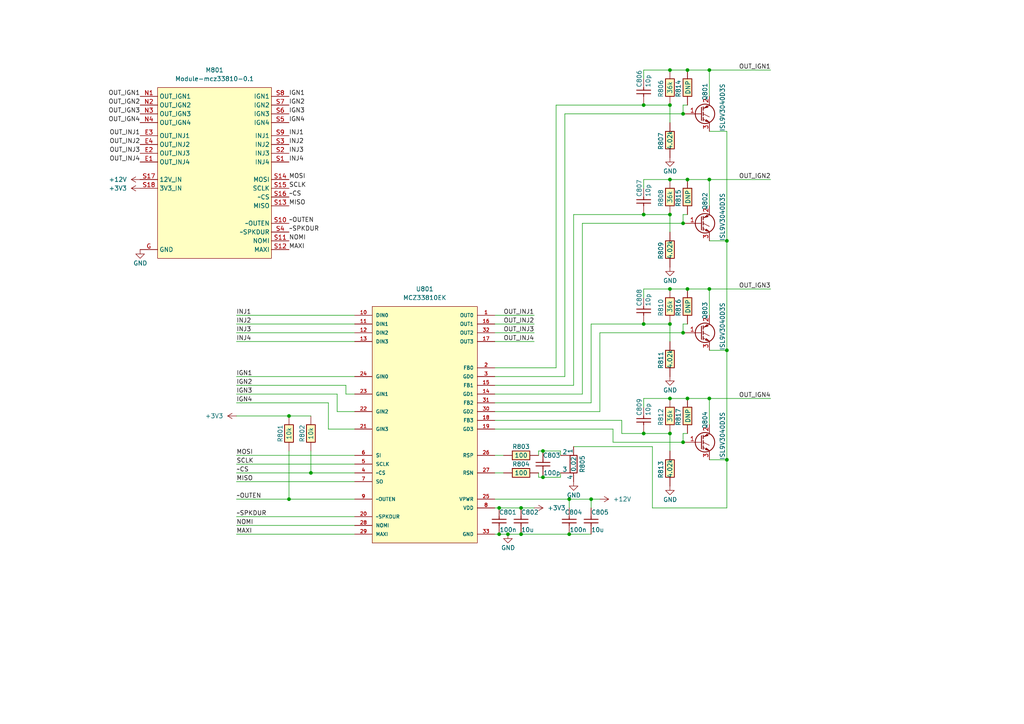
<source format=kicad_sch>
(kicad_sch (version 20230121) (generator eeschema)
  (paper "A4")
  (title_block (title "MCZ33810 module") (date "2024-03-07") (rev "0.1"))
  (lib_symbols
    (symbol "Device:Q_NIGBT_GCE" (pin_names (offset 0) hide)
      (property "Reference" "Q" (at 5.08 1.27 0))
      (property "Value" "Q_NIGBT_GCE" (at 5.08 -1.27 0))
      (symbol "Q_NIGBT_GCE_0_1"
        (polyline (pts (xy 0.762 -1.016) (xy 0.762 -2.032)) (stroke (width 0.254)))
        (polyline (pts (xy 0.762 0.508) (xy 0.762 -0.508)) (stroke (width 0.254)))
        (polyline (pts (xy 0.762 2.032) (xy 0.762 1.016)) (stroke (width 0.254)))
        (polyline (pts (xy 2.54 -2.413) (xy 0.762 -1.524)))
        (polyline (pts (xy 2.54 -0.889) (xy 0.762 0)))
        (polyline (pts (xy 2.54 2.413) (xy 0.762 1.524)))
        (polyline (pts (xy 0.254 1.905) (xy 0.254 -1.905) (xy 0.254 -1.905)) (stroke (width 0.254)))
        (polyline (pts (xy 1.397 -2.159) (xy 1.651 -1.651) (xy 2.54 -2.413) (xy 1.397 -2.159)) (fill (type outline)))
        (polyline (pts (xy 2.159 1.905) (xy 1.905 2.413) (xy 1.016 1.651) (xy 2.159 1.905)) (fill (type outline)))
        (circle (center 1.27 0) (radius 2.8194) (stroke (width 0.254)))
      )
      (symbol "Q_NIGBT_GCE_1_1"
        (pin input line (at -5.08 0 0) (length 5.334) (name "G") (number "1"))
        (pin passive line (at 2.54 5.08 270) (length 2.54) (name "C") (number "2"))
        (pin passive line (at 2.54 -5.08 90) (length 2.54) (name "E") (number "3"))
      )
    )
    (symbol "Device:R_Shunt" (pin_numbers hide) (pin_names (offset 0))
      (property "Reference" "R" (at -4.445 0 90))
      (property "Value" "R_Shunt" (at -2.54 0 90))
      (symbol "R_Shunt_0_1"
        (rectangle (start -1.016 -2.54) (end 1.016 2.54) (stroke (width 0.254)))
        (polyline (pts (xy 0 -2.54) (xy 1.27 -2.54)))
        (polyline (pts (xy 1.27 2.54) (xy 0 2.54)))
      )
      (symbol "R_Shunt_1_1"
        (pin passive line (at 0 5.08 270) (length 2.54) (name "1") (number "1"))
        (pin passive line (at 3.81 2.54 180) (length 2.54) (name "2") (number "2"))
        (pin passive line (at 3.81 -2.54 180) (length 2.54) (name "3") (number "3"))
        (pin passive line (at 0 -5.08 90) (length 2.54) (name "4") (number "4"))
      )
    )
    (symbol "Mcz33810:MCZ33810EK" (pin_names (offset 1.016))
      (property "Reference" "U" (at -1.27 38.1 0))
      (property "Value" "MCZ33810EK" (at -6.35 35.56 0))
      (symbol "MCZ33810EK_0_0"
        (pin output line (at 20.32 33.02 180) (length 5.08) (name "OUT0") (number "1"))
        (pin input line (at -20.32 33.02 0) (length 5.08) (name "DIN0") (number "10"))
        (pin input line (at -20.32 30.48 0) (length 5.08) (name "DIN1") (number "11"))
        (pin input line (at -20.32 27.94 0) (length 5.08) (name "DIN2") (number "12"))
        (pin input line (at -20.32 25.4 0) (length 5.08) (name "DIN3") (number "13"))
        (pin output line (at 20.32 10.16 180) (length 5.08) (name "GD1") (number "14"))
        (pin input line (at 20.32 12.7 180) (length 5.08) (name "FB1") (number "15"))
        (pin output line (at 20.32 30.48 180) (length 5.08) (name "OUT1") (number "16"))
        (pin output line (at 20.32 25.4 180) (length 5.08) (name "OUT3") (number "17"))
        (pin input line (at 20.32 2.54 180) (length 5.08) (name "FB3") (number "18"))
        (pin output line (at 20.32 0 180) (length 5.08) (name "GD3") (number "19"))
        (pin input line (at 20.32 17.78 180) (length 5.08) (name "FB0") (number "2"))
        (pin input line (at -20.32 -25.4 0) (length 5.08) (name "~SPKDUR") (number "20"))
        (pin input line (at -20.32 0 0) (length 5.08) (name "GIN3") (number "21"))
        (pin input line (at -20.32 5.08 0) (length 5.08) (name "GIN2") (number "22"))
        (pin input line (at -20.32 10.16 0) (length 5.08) (name "GIN1") (number "23"))
        (pin input line (at -20.32 15.24 0) (length 5.08) (name "GIN0") (number "24"))
        (pin input line (at 20.32 -20.32 180) (length 5.08) (name "VPWR") (number "25"))
        (pin input line (at 20.32 -7.62 180) (length 5.08) (name "RSP") (number "26"))
        (pin input line (at 20.32 -12.7 180) (length 5.08) (name "RSN") (number "27"))
        (pin output line (at -20.32 -27.94 0) (length 5.08) (name "NOMI") (number "28"))
        (pin input line (at -20.32 -30.48 0) (length 5.08) (name "MAXI") (number "29"))
        (pin output line (at 20.32 15.24 180) (length 5.08) (name "GD0") (number "3"))
        (pin output line (at 20.32 5.08 180) (length 5.08) (name "GD2") (number "30"))
        (pin input line (at 20.32 7.62 180) (length 5.08) (name "FB2") (number "31"))
        (pin output line (at 20.32 27.94 180) (length 5.08) (name "OUT2") (number "32"))
        (pin passive line (at 20.32 -30.48 180) (length 5.08) (name "GND") (number "33"))
        (pin input line (at -20.32 -12.7 0) (length 5.08) (name "~CS") (number "4"))
        (pin input line (at -20.32 -10.16 0) (length 5.08) (name "SCLK") (number "5"))
        (pin input line (at -20.32 -7.62 0) (length 5.08) (name "SI") (number "6"))
        (pin output line (at -20.32 -15.24 0) (length 5.08) (name "SO") (number "7"))
        (pin power_in line (at 20.32 -22.86 180) (length 5.08) (name "VDD") (number "8"))
        (pin output line (at -20.32 -20.32 0) (length 5.08) (name "~OUTEN") (number "9"))
      )
      (symbol "MCZ33810EK_1_0"
        (rectangle (start -15.24 35.56) (end 15.24 -33.02) (fill (type background)))
      )
    )
    (symbol "hellen-one-common:Cap" (pin_numbers hide)
      (property "Reference" "C" (at -3.81 2.54 0))
      (property "Value" "Cap" (at -2.54 -1.27 0))
      (symbol "Cap_1_0"
        (polyline (pts (xy -1.27 0) (xy -0.508 0)) (stroke (width 0.254)))
        (polyline (pts (xy -0.508 -2.032) (xy -0.508 2.032)) (stroke (width 0.254)))
        (polyline (pts (xy 0.508 2.032) (xy 0.508 -2.032)) (stroke (width 0.254)))
        (polyline (pts (xy 1.27 0) (xy 0.508 0)) (stroke (width 0.254)))
        (pin passive line (at -3.81 0 0) (length 2.54) (name "") (number "1"))
        (pin passive line (at 3.81 0 180) (length 2.54) (name "") (number "2"))
      )
    )
    (symbol "hellen-one-common:Res" (pin_numbers hide)
      (property "Reference" "R" (at 3.81 2.54 0))
      (property "Value" "Res" (at 5.08 -2.54 0))
      (symbol "Res_1_0"
        (rectangle (start 2.54 -1.27) (end 7.62 1.27) (stroke (width 0.254)) (fill (type background)))
        (pin passive line (at 0 0 0) (length 2.54) (name "") (number "1"))
        (pin passive line (at 10.16 0 180) (length 2.54) (name "") (number "2"))
      )
    )
    (symbol "mcz33810:Module-mcz33810-0.1"
      (property "Reference" "M" (at 1.27 1.27 0))
      (property "Value" "Module-mcz33810-0.1" (at 20.32 1.27 0))
      (symbol "Module-mcz33810-0.1_1_0"
        (rectangle (start 0 0) (end 33.02 -49.53) (fill (type background)))
        (pin passive line (at -5.08 -46.99 0) (length 5.08) (name "GND") (number "G"))
      )
      (symbol "Module-mcz33810-0.1_1_1"
        (pin passive line (at -5.08 -21.59 0) (length 5.08) (name "OUT_INJ4") (number "E1"))
        (pin passive line (at -5.08 -19.05 0) (length 5.08) (name "OUT_INJ3") (number "E2"))
        (pin passive line (at -5.08 -13.97 0) (length 5.08) (name "OUT_INJ1") (number "E3"))
        (pin passive line (at -5.08 -16.51 0) (length 5.08) (name "OUT_INJ2") (number "E4"))
        (pin passive line (at -5.08 -2.54 0) (length 5.08) (name "OUT_IGN1") (number "N1"))
        (pin passive line (at -5.08 -5.08 0) (length 5.08) (name "OUT_IGN2") (number "N2"))
        (pin passive line (at -5.08 -7.62 0) (length 5.08) (name "OUT_IGN3") (number "N3"))
        (pin passive line (at -5.08 -10.16 0) (length 5.08) (name "OUT_IGN4") (number "N4"))
        (pin passive line (at 38.1 -21.59 180) (length 5.08) (name "INJ4") (number "S1"))
        (pin passive line (at 38.1 -39.37 180) (length 5.08) (name "~OUTEN") (number "S10"))
        (pin passive line (at 38.1 -44.45 180) (length 5.08) (name "NOMI") (number "S11"))
        (pin passive line (at 38.1 -46.99 180) (length 5.08) (name "MAXI") (number "S12"))
        (pin passive line (at 38.1 -34.29 180) (length 5.08) (name "MISO") (number "S13"))
        (pin passive line (at 38.1 -26.67 180) (length 5.08) (name "MOSI") (number "S14"))
        (pin passive line (at 38.1 -29.21 180) (length 5.08) (name "SCLK") (number "S15"))
        (pin passive line (at 38.1 -31.75 180) (length 5.08) (name "~CS") (number "S16"))
        (pin passive line (at -5.08 -26.67 0) (length 5.08) (name "12V_IN") (number "S17"))
        (pin passive line (at -5.08 -29.21 0) (length 5.08) (name "3V3_IN") (number "S18"))
        (pin passive line (at 38.1 -19.05 180) (length 5.08) (name "INJ3") (number "S2"))
        (pin passive line (at 38.1 -16.51 180) (length 5.08) (name "INJ2") (number "S3"))
        (pin passive line (at 38.1 -41.91 180) (length 5.08) (name "~SPKDUR") (number "S4"))
        (pin passive line (at 38.1 -10.16 180) (length 5.08) (name "IGN4") (number "S5"))
        (pin passive line (at 38.1 -7.62 180) (length 5.08) (name "IGN3") (number "S6"))
        (pin passive line (at 38.1 -5.08 180) (length 5.08) (name "IGN2") (number "S7"))
        (pin passive line (at 38.1 -2.54 180) (length 5.08) (name "IGN1") (number "S8"))
        (pin passive line (at 38.1 -13.97 180) (length 5.08) (name "INJ1") (number "S9"))
      )
    )
    (symbol "power:+12V" (power) (pin_names (offset 0))
      (property "Value" "+12V" (at 0 3.556 0))
      (symbol "+12V_0_1"
        (polyline (pts (xy -0.762 1.27) (xy 0 2.54)))
        (polyline (pts (xy 0 0) (xy 0 2.54)))
        (polyline (pts (xy 0 2.54) (xy 0.762 1.27)))
      )
      (symbol "+12V_1_1"
        (pin power_in line (at 0 0 90) (length 0) hide (name "+12V") (number "1"))
      )
    )
    (symbol "power:+3V3" (power) (pin_names (offset 0))
      (property "Value" "+3V3" (at 0 3.556 0))
      (symbol "+3V3_0_1"
        (polyline (pts (xy -0.762 1.27) (xy 0 2.54)))
        (polyline (pts (xy 0 0) (xy 0 2.54)))
        (polyline (pts (xy 0 2.54) (xy 0.762 1.27)))
      )
      (symbol "+3V3_1_1"
        (pin power_in line (at 0 0 90) (length 0) hide (name "+3V3") (number "1"))
      )
    )
    (symbol "power:GND" (power) (pin_names (offset 0))
      (property "Value" "GND" (at 0 -3.81 0))
      (symbol "GND_0_1"
        (polyline (pts (xy 0 0) (xy 0 -1.27) (xy 1.27 -1.27) (xy 0 -2.54) (xy -1.27 -1.27) (xy 0 -1.27)))
      )
      (symbol "GND_1_1"
        (pin power_in line (at 0 0 270) (length 0) hide (name "GND") (number "1"))
      )
    )
  )
  (junction (at 194.31 52.07))
  (junction (at 144.78 147.32))
  (junction (at 90.17 137.16))
  (junction (at 151.13 147.32))
  (junction (at 194.31 62.23))
  (junction (at 171.45 144.78))
  (junction (at 198.12 64.77))
  (junction (at 205.74 115.57))
  (junction (at 199.39 20.32))
  (junction (at 144.78 154.94))
  (junction (at 205.74 20.32))
  (junction (at 151.13 154.94))
  (junction (at 147.32 154.94))
  (junction (at 199.39 52.07))
  (junction (at 165.1 154.94))
  (junction (at 205.74 52.07))
  (junction (at 210.82 133.35))
  (junction (at 186.69 93.98))
  (junction (at 199.39 115.57))
  (junction (at 194.31 125.73))
  (junction (at 194.31 83.82))
  (junction (at 194.31 93.98))
  (junction (at 199.39 83.82))
  (junction (at 210.82 69.85))
  (junction (at 198.12 96.52))
  (junction (at 83.82 144.78))
  (junction (at 198.12 128.27))
  (junction (at 165.1 144.78))
  (junction (at 210.82 101.6))
  (junction (at 157.48 130.81))
  (junction (at 194.31 20.32))
  (junction (at 83.82 120.65))
  (junction (at 205.74 83.82))
  (junction (at 157.48 138.43))
  (junction (at 194.31 30.48))
  (junction (at 194.31 115.57))
  (junction (at 186.69 62.23))
  (junction (at 186.69 30.48))
  (junction (at 186.69 125.73))
  (junction (at 198.12 33.02))
  (wire (pts (xy 194.31 130.81) (xy 194.31 125.73)))
  (wire (pts (xy 194.31 35.56) (xy 194.31 30.48)))
  (wire (pts (xy 186.69 83.82) (xy 186.69 86.36)))
  (wire (pts (xy 205.74 20.32) (xy 223.52 20.32)))
  (wire (pts (xy 189.23 147.32) (xy 210.82 147.32)))
  (wire (pts (xy 186.69 115.57) (xy 194.31 115.57)))
  (wire (pts (xy 186.69 115.57) (xy 186.69 118.11)))
  (wire (pts (xy 205.74 27.94) (xy 205.74 20.32)))
  (wire (pts (xy 163.83 109.22) (xy 163.83 33.02)))
  (wire (pts (xy 194.31 99.06) (xy 194.31 93.98)))
  (wire (pts (xy 68.58 139.7) (xy 102.87 139.7)))
  (wire (pts (xy 171.45 93.98) (xy 186.69 93.98)))
  (wire (pts (xy 194.31 20.32) (xy 186.69 20.32)))
  (wire (pts (xy 68.58 91.44) (xy 102.87 91.44)))
  (wire (pts (xy 177.8 124.46) (xy 177.8 128.27)))
  (wire (pts (xy 151.13 154.94) (xy 165.1 154.94)))
  (wire (pts (xy 198.12 125.73) (xy 198.12 128.27)))
  (wire (pts (xy 171.45 144.78) (xy 173.99 144.78)))
  (wire (pts (xy 210.82 69.85) (xy 210.82 101.6)))
  (wire (pts (xy 68.58 93.98) (xy 102.87 93.98)))
  (wire (pts (xy 166.37 62.23) (xy 186.69 62.23)))
  (wire (pts (xy 163.83 33.02) (xy 198.12 33.02)))
  (wire (pts (xy 146.05 137.16) (xy 143.51 137.16)))
  (wire (pts (xy 199.39 83.82) (xy 205.74 83.82)))
  (wire (pts (xy 210.82 133.35) (xy 210.82 147.32)))
  (wire (pts (xy 143.51 114.3) (xy 168.91 114.3)))
  (wire (pts (xy 168.91 64.77) (xy 198.12 64.77)))
  (wire (pts (xy 68.58 149.86) (xy 102.87 149.86)))
  (wire (pts (xy 186.69 52.07) (xy 186.69 54.61)))
  (wire (pts (xy 194.31 83.82) (xy 186.69 83.82)))
  (wire (pts (xy 205.74 38.1) (xy 210.82 38.1)))
  (wire (pts (xy 205.74 69.85) (xy 210.82 69.85)))
  (wire (pts (xy 205.74 83.82) (xy 223.52 83.82)))
  (wire (pts (xy 177.8 124.46) (xy 143.51 124.46)))
  (wire (pts (xy 68.58 96.52) (xy 102.87 96.52)))
  (wire (pts (xy 102.87 119.38) (xy 97.79 119.38)))
  (wire (pts (xy 143.51 116.84) (xy 171.45 116.84)))
  (wire (pts (xy 173.99 119.38) (xy 143.51 119.38)))
  (wire (pts (xy 165.1 147.32) (xy 165.1 144.78)))
  (wire (pts (xy 143.51 121.92) (xy 180.34 121.92)))
  (wire (pts (xy 68.58 114.3) (xy 97.79 114.3)))
  (wire (pts (xy 100.33 114.3) (xy 100.33 111.76)))
  (wire (pts (xy 68.58 111.76) (xy 100.33 111.76)))
  (wire (pts (xy 154.94 93.98) (xy 143.51 93.98)))
  (wire (pts (xy 199.39 30.48) (xy 198.12 30.48)))
  (wire (pts (xy 205.74 59.69) (xy 205.74 52.07)))
  (wire (pts (xy 154.94 96.52) (xy 143.51 96.52)))
  (wire (pts (xy 189.23 129.54) (xy 189.23 147.32)))
  (wire (pts (xy 97.79 119.38) (xy 97.79 114.3)))
  (wire (pts (xy 194.31 20.32) (xy 199.39 20.32)))
  (wire (pts (xy 162.56 138.43) (xy 162.56 137.16)))
  (wire (pts (xy 143.51 111.76) (xy 166.37 111.76)))
  (wire (pts (xy 68.58 144.78) (xy 83.82 144.78)))
  (wire (pts (xy 68.58 137.16) (xy 90.17 137.16)))
  (wire (pts (xy 156.21 138.43) (xy 156.21 137.16)))
  (wire (pts (xy 157.48 130.81) (xy 156.21 130.81)))
  (wire (pts (xy 161.29 30.48) (xy 186.69 30.48)))
  (wire (pts (xy 83.82 144.78) (xy 102.87 144.78)))
  (wire (pts (xy 144.78 147.32) (xy 143.51 147.32)))
  (wire (pts (xy 83.82 120.65) (xy 90.17 120.65)))
  (wire (pts (xy 144.78 147.32) (xy 151.13 147.32)))
  (wire (pts (xy 171.45 144.78) (xy 171.45 147.32)))
  (wire (pts (xy 194.31 52.07) (xy 199.39 52.07)))
  (wire (pts (xy 166.37 111.76) (xy 166.37 62.23)))
  (wire (pts (xy 83.82 130.81) (xy 83.82 144.78)))
  (wire (pts (xy 102.87 114.3) (xy 100.33 114.3)))
  (wire (pts (xy 210.82 101.6) (xy 210.82 133.35)))
  (wire (pts (xy 198.12 62.23) (xy 198.12 64.77)))
  (wire (pts (xy 168.91 114.3) (xy 168.91 64.77)))
  (wire (pts (xy 68.58 134.62) (xy 102.87 134.62)))
  (wire (pts (xy 68.58 120.65) (xy 83.82 120.65)))
  (wire (pts (xy 162.56 130.81) (xy 162.56 132.08)))
  (wire (pts (xy 199.39 62.23) (xy 198.12 62.23)))
  (wire (pts (xy 199.39 115.57) (xy 205.74 115.57)))
  (wire (pts (xy 186.69 20.32) (xy 186.69 22.86)))
  (wire (pts (xy 171.45 144.78) (xy 165.1 144.78)))
  (wire (pts (xy 186.69 62.23) (xy 194.31 62.23)))
  (wire (pts (xy 68.58 109.22) (xy 102.87 109.22)))
  (wire (pts (xy 144.78 154.94) (xy 143.51 154.94)))
  (wire (pts (xy 165.1 144.78) (xy 143.51 144.78)))
  (wire (pts (xy 171.45 116.84) (xy 171.45 93.98)))
  (wire (pts (xy 154.94 99.06) (xy 143.51 99.06)))
  (wire (pts (xy 173.99 96.52) (xy 173.99 119.38)))
  (wire (pts (xy 157.48 138.43) (xy 156.21 138.43)))
  (wire (pts (xy 68.58 132.08) (xy 102.87 132.08)))
  (wire (pts (xy 194.31 67.31) (xy 194.31 62.23)))
  (wire (pts (xy 199.39 93.98) (xy 198.12 93.98)))
  (wire (pts (xy 165.1 154.94) (xy 171.45 154.94)))
  (wire (pts (xy 194.31 83.82) (xy 199.39 83.82)))
  (wire (pts (xy 205.74 101.6) (xy 210.82 101.6)))
  (wire (pts (xy 143.51 132.08) (xy 146.05 132.08)))
  (wire (pts (xy 102.87 137.16) (xy 90.17 137.16)))
  (wire (pts (xy 180.34 125.73) (xy 180.34 121.92)))
  (wire (pts (xy 68.58 154.94) (xy 102.87 154.94)))
  (wire (pts (xy 95.25 124.46) (xy 102.87 124.46)))
  (wire (pts (xy 205.74 133.35) (xy 210.82 133.35)))
  (wire (pts (xy 166.37 129.54) (xy 189.23 129.54)))
  (wire (pts (xy 198.12 30.48) (xy 198.12 33.02)))
  (wire (pts (xy 180.34 125.73) (xy 186.69 125.73)))
  (wire (pts (xy 198.12 96.52) (xy 173.99 96.52)))
  (wire (pts (xy 90.17 137.16) (xy 90.17 130.81)))
  (wire (pts (xy 162.56 138.43) (xy 157.48 138.43)))
  (wire (pts (xy 205.74 123.19) (xy 205.74 115.57)))
  (wire (pts (xy 154.94 91.44) (xy 143.51 91.44)))
  (wire (pts (xy 205.74 91.44) (xy 205.74 83.82)))
  (wire (pts (xy 199.39 20.32) (xy 205.74 20.32)))
  (wire (pts (xy 143.51 109.22) (xy 163.83 109.22)))
  (wire (pts (xy 194.31 115.57) (xy 199.39 115.57)))
  (wire (pts (xy 147.32 154.94) (xy 144.78 154.94)))
  (wire (pts (xy 147.32 154.94) (xy 151.13 154.94)))
  (wire (pts (xy 198.12 93.98) (xy 198.12 96.52)))
  (wire (pts (xy 161.29 106.68) (xy 161.29 30.48)))
  (wire (pts (xy 210.82 38.1) (xy 210.82 69.85)))
  (wire (pts (xy 194.31 52.07) (xy 186.69 52.07)))
  (wire (pts (xy 205.74 115.57) (xy 223.52 115.57)))
  (wire (pts (xy 68.58 99.06) (xy 102.87 99.06)))
  (wire (pts (xy 186.69 93.98) (xy 194.31 93.98)))
  (wire (pts (xy 177.8 128.27) (xy 198.12 128.27)))
  (wire (pts (xy 68.58 116.84) (xy 95.25 116.84)))
  (wire (pts (xy 186.69 125.73) (xy 194.31 125.73)))
  (wire (pts (xy 95.25 116.84) (xy 95.25 124.46)))
  (wire (pts (xy 186.69 30.48) (xy 194.31 30.48)))
  (wire (pts (xy 199.39 125.73) (xy 198.12 125.73)))
  (wire (pts (xy 68.58 152.4) (xy 102.87 152.4)))
  (wire (pts (xy 205.74 52.07) (xy 223.52 52.07)))
  (wire (pts (xy 199.39 52.07) (xy 205.74 52.07)))
  (wire (pts (xy 143.51 106.68) (xy 161.29 106.68)))
  (wire (pts (xy 156.21 130.81) (xy 156.21 132.08)))
  (wire (pts (xy 151.13 147.32) (xy 154.94 147.32)))
  (wire (pts (xy 162.56 130.81) (xy 157.48 130.81)))
  (label "IGN1" (at 83.82 27.94 0))
  (label "~OUTEN" (at 68.58 144.78 0))
  (label "OUT_INJ2" (at 40.64 41.91 180))
  (label "OUT_IGN2" (at 223.52 52.07 180))
  (label "IGN3" (at 68.58 114.3 0))
  (label "MISO" (at 68.58 139.7 0))
  (label "INJ3" (at 83.82 44.45 0))
  (label "OUT_INJ4" (at 154.94 99.06 180))
  (label "INJ1" (at 68.58 91.44 0))
  (label "INJ4" (at 68.58 99.06 0))
  (label "OUT_IGN2" (at 40.64 30.48 180))
  (label "SCLK" (at 68.58 134.62 0))
  (label "OUT_IGN3" (at 223.52 83.82 180))
  (label "OUT_INJ3" (at 154.94 96.52 180))
  (label "OUT_IGN4" (at 40.64 35.56 180))
  (label "~OUTEN" (at 83.82 64.77 0))
  (label "MOSI" (at 68.58 132.08 0))
  (label "INJ2" (at 83.82 41.91 0))
  (label "IGN2" (at 68.58 111.76 0))
  (label "OUT_INJ2" (at 154.94 93.98 180))
  (label "OUT_IGN3" (at 40.64 33.02 180))
  (label "INJ3" (at 68.58 96.52 0))
  (label "OUT_INJ3" (at 40.64 44.45 180))
  (label "NOMI" (at 68.58 152.4 0))
  (label "SCLK" (at 83.82 54.61 0))
  (label "OUT_INJ4" (at 40.64 46.99 180))
  (label "NOMI" (at 83.82 69.85 0))
  (label "IGN3" (at 83.82 33.02 0))
  (label "OUT_IGN1" (at 40.64 27.94 180))
  (label "IGN4" (at 68.58 116.84 0))
  (label "IGN4" (at 83.82 35.56 0))
  (label "IGN2" (at 83.82 30.48 0))
  (label "~CS" (at 68.58 137.16 0))
  (label "OUT_IGN4" (at 223.52 115.57 180))
  (label "MISO" (at 83.82 59.69 0))
  (label "MAXI" (at 83.82 72.39 0))
  (label "~SPKDUR" (at 83.82 67.31 0))
  (label "~CS" (at 83.82 57.15 0))
  (label "OUT_IGN1" (at 223.52 20.32 180))
  (label "INJ1" (at 83.82 39.37 0))
  (label "OUT_INJ1" (at 40.64 39.37 180))
  (label "OUT_INJ1" (at 154.94 91.44 180))
  (label "MAXI" (at 68.58 154.94 0))
  (label "MOSI" (at 83.82 52.07 0))
  (label "~SPKDUR" (at 68.58 149.86 0))
  (label "INJ2" (at 68.58 93.98 0))
  (label "IGN1" (at 68.58 109.22 0))
  (label "INJ4" (at 83.82 46.99 0))
  (symbol (lib_id "power:GND") (at 194.31 109.22 0) (unit 1)
    (property "Reference" "#PWR0811" (effects hide))
    (property "Value" "GND" (at 194.3608 113.1634 0))
  )
  (symbol (lib_id "hellen-one-common:Cap") (at 171.45 151.13 90) (unit 1)
    (property "Reference" "C805" (at 171.45 148.59 90) (effects (justify right)))
    (property "Value" "10u" (at 171.45 153.67 90) (effects (justify right)))
    (property "Footprint" "Capacitor_SMD:C_0805_2012Metric" (effects hide))
    (property "LCSC" "C440198" (effects hide))
  )
  (symbol (lib_id "hellen-one-common:Res") (at 199.39 20.32 90) (mirror x) (unit 1)
    (property "Reference" "R814" (at 196.7453 25.7204 0))
    (property "Value" "DNP" (at 199.5527 25.3735 0))
    (property "Footprint" "Resistor_SMD:R_2512_6332Metric" (effects hide))
  )
  (symbol (lib_id "hellen-one-common:Res") (at 199.39 83.82 90) (mirror x) (unit 1)
    (property "Reference" "R816" (at 196.7453 89.2204 0))
    (property "Value" "DNP" (at 199.5527 88.8735 0))
    (property "Footprint" "Resistor_SMD:R_2512_6332Metric" (effects hide))
  )
  (symbol (lib_id "Device:Q_NIGBT_GCE") (at 203.2 128.27 0) (unit 1)
    (property "Reference" "Q804" (at 204.47 124.46 90) (effects (justify left)))
    (property "Value" "ISL9V3040D3S" (at 209.55 133.35 90) (effects (justify left)))
    (property "Footprint" "Package_TO_SOT_SMD:TO-252-2" (effects hide))
    (property "LCSC" "C462128" (effects hide))
  )
  (symbol (lib_id "hellen-one-common:Res") (at 194.31 35.56 90) (mirror x) (unit 1)
    (property "Reference" "R807" (at 191.6653 40.9604 0))
    (property "Value" "4.02k" (at 194.31 40.64 0))
    (property "Footprint" "Resistor_SMD:R_1206_3216Metric" (effects hide))
    (property "LCSC" "C274026" (effects hide))
  )
  (symbol (lib_id "hellen-one-common:Cap") (at 144.78 151.13 270) (unit 1)
    (property "Reference" "C801" (at 149.86 148.59 90) (effects (justify right)))
    (property "Value" "100n" (at 149.86 153.67 90) (effects (justify right)))
    (property "Footprint" "hellen-one-common:C0603" (effects hide))
    (property "LCSC" "C14663" (effects hide))
  )
  (symbol (lib_id "hellen-one-common:Cap") (at 165.1 151.13 270) (unit 1)
    (property "Reference" "C804" (at 168.91 148.59 90) (effects (justify right)))
    (property "Value" "100n" (at 170.18 153.67 90) (effects (justify right)))
    (property "Footprint" "hellen-one-common:C0603" (effects hide))
    (property "LCSC" "C14663" (effects hide))
  )
  (symbol (lib_id "hellen-one-common:Res") (at 194.31 67.31 90) (mirror x) (unit 1)
    (property "Reference" "R809" (at 191.6653 72.7104 0))
    (property "Value" "4.02k" (at 194.31 72.39 0))
    (property "Footprint" "Resistor_SMD:R_1206_3216Metric" (effects hide))
    (property "LCSC" "C274026" (effects hide))
  )
  (symbol (lib_id "hellen-one-common:Res") (at 194.31 130.81 90) (mirror x) (unit 1)
    (property "Reference" "R813" (at 191.6653 136.2104 0))
    (property "Value" "4.02k" (at 194.31 135.89 0))
    (property "Footprint" "Resistor_SMD:R_1206_3216Metric" (effects hide))
    (property "LCSC" "C274026" (effects hide))
  )
  (symbol (lib_id "Device:Q_NIGBT_GCE") (at 203.2 33.02 0) (unit 1)
    (property "Reference" "Q801" (at 204.47 29.21 90) (effects (justify left)))
    (property "Value" "ISL9V3040D3S" (at 209.55 38.1 90) (effects (justify left)))
    (property "Footprint" "Package_TO_SOT_SMD:TO-252-2" (effects hide))
    (property "LCSC" "C462128" (effects hide))
  )
  (symbol (lib_id "hellen-one-common:Res") (at 194.31 20.32 90) (mirror x) (unit 1)
    (property "Reference" "R806" (at 191.6653 25.7204 0))
    (property "Value" "36k" (at 194.31 25.4 0))
    (property "Footprint" "Resistor_SMD:R_2512_6332Metric" (effects hide))
    (property "LCSC" "C474088" (effects hide))
  )
  (symbol (lib_id "power:+3V3") (at 154.94 147.32 270) (mirror x) (unit 1)
    (property "Reference" "#PWR0806" (effects hide))
    (property "Value" "+3V3" (at 158.75 147.32 90) (effects (justify left)))
  )
  (symbol (lib_id "power:GND") (at 166.37 139.7 0) (unit 1)
    (property "Reference" "#PWR0807" (effects hide))
    (property "Value" "GND" (at 166.4208 143.6434 0))
  )
  (symbol (lib_id "hellen-one-common:Cap") (at 186.69 26.67 270) (unit 1)
    (property "Reference" "C806" (at 185.42 25.4 0) (effects (justify right)))
    (property "Value" "10p" (at 187.96 25.4 0) (effects (justify right)))
    (property "Footprint" "hellen-one-common:C0603" (effects hide))
    (property "LCSC" "C1634" (effects hide))
  )
  (symbol (lib_id "power:GND") (at 194.31 140.97 0) (unit 1)
    (property "Reference" "#PWR0812" (effects hide))
    (property "Value" "GND" (at 194.3608 144.9134 0))
  )
  (symbol (lib_id "hellen-one-common:Res") (at 194.31 115.57 90) (mirror x) (unit 1)
    (property "Reference" "R812" (at 191.6653 120.9704 0))
    (property "Value" "36k" (at 194.31 120.65 0))
    (property "Footprint" "Resistor_SMD:R_2512_6332Metric" (effects hide))
    (property "LCSC" "C474088" (effects hide))
  )
  (symbol (lib_id "power:+12V") (at 40.64 52.07 90) (unit 1)
    (property "Reference" "#PWR0801" (effects hide))
    (property "Value" "+12V" (at 36.83 52.07 90) (effects (justify left)))
  )
  (symbol (lib_id "hellen-one-common:Res") (at 83.82 130.81 270) (mirror x) (unit 1)
    (property "Reference" "R801" (at 81.28 125.73 0))
    (property "Value" "10k" (at 83.82 125.73 0))
    (property "Footprint" "hellen-one-common:R0603" (effects hide))
    (property "LCSC" "C25804" (effects hide))
  )
  (symbol (lib_id "Device:Q_NIGBT_GCE") (at 203.2 96.52 0) (unit 1)
    (property "Reference" "Q803" (at 204.47 92.71 90) (effects (justify left)))
    (property "Value" "ISL9V3040D3S" (at 209.55 101.6 90) (effects (justify left)))
    (property "Footprint" "Package_TO_SOT_SMD:TO-252-2" (effects hide))
    (property "LCSC" "C462128" (effects hide))
  )
  (symbol (lib_id "hellen-one-common:Cap") (at 157.48 134.62 270) (unit 1)
    (property "Reference" "C803" (at 162.56 132.08 90) (effects (justify right)))
    (property "Value" "100p" (at 162.56 137.16 90) (effects (justify right)))
    (property "Footprint" "hellen-one-common:C0603" (effects hide))
    (property "LCSC" "C14858" (effects hide))
  )
  (symbol (lib_id "power:+3V3") (at 40.64 54.61 90) (unit 1)
    (property "Reference" "#PWR0802" (effects hide))
    (property "Value" "+3V3" (at 36.83 54.61 90) (effects (justify left)))
  )
  (symbol (lib_id "power:+12V") (at 173.99 144.78 270) (mirror x) (unit 1)
    (property "Reference" "#PWR0808" (effects hide))
    (property "Value" "+12V" (at 177.8 144.78 90) (effects (justify left)))
  )
  (symbol (lib_id "power:GND") (at 194.31 45.72 0) (unit 1)
    (property "Reference" "#PWR0809" (effects hide))
    (property "Value" "GND" (at 194.3608 49.6634 0))
  )
  (symbol (lib_id "power:GND") (at 40.64 72.39 0) (unit 1)
    (property "Reference" "#PWR0803" (effects hide))
    (property "Value" "GND" (at 40.6908 76.3334 0))
  )
  (symbol (lib_id "hellen-one-common:Cap") (at 151.13 151.13 90) (unit 1)
    (property "Reference" "C802" (at 151.13 148.59 90) (effects (justify right)))
    (property "Value" "10u" (at 151.13 153.67 90) (effects (justify right)))
    (property "Footprint" "Capacitor_SMD:C_0805_2012Metric" (effects hide))
    (property "LCSC" "C440198" (effects hide))
  )
  (symbol (lib_id "hellen-one-common:Cap") (at 186.69 121.92 270) (unit 1)
    (property "Reference" "C809" (at 185.42 120.65 0) (effects (justify right)))
    (property "Value" "10p" (at 187.96 120.65 0) (effects (justify right)))
    (property "Footprint" "hellen-one-common:C0603" (effects hide))
    (property "LCSC" "C1634" (effects hide))
  )
  (symbol (lib_id "Mcz33810:MCZ33810EK") (at 123.19 124.46 0) (unit 1)
    (property "Reference" "U801" (at 123.19 83.82 0))
    (property "Value" "MCZ33810EK" (at 123.19 86.36 0))
    (property "Footprint" "kicad6-libraries:Mcz33810" (effects hide))
    (property "LCSC" "C3192631" (effects hide))
  )
  (symbol (lib_id "power:+3V3") (at 68.58 120.65 90) (unit 1)
    (property "Reference" "#PWR0804" (effects hide))
    (property "Value" "+3V3" (at 64.77 120.65 90) (effects (justify left)))
  )
  (symbol (lib_id "mcz33810:Module-mcz33810-0.1") (at 45.72 25.4 0) (unit 1)
    (property "Reference" "M801" (at 62.23 20.32 0))
    (property "Value" "Module-mcz33810-0.1" (at 62.23 22.86 0))
    (property "Footprint" "hellen-one-mcz33810-0.1:mcz33810" (effects hide))
  )
  (symbol (lib_id "Device:Q_NIGBT_GCE") (at 203.2 64.77 0) (unit 1)
    (property "Reference" "Q802" (at 204.47 60.96 90) (effects (justify left)))
    (property "Value" "ISL9V3040D3S" (at 209.55 69.85 90) (effects (justify left)))
    (property "Footprint" "Package_TO_SOT_SMD:TO-252-2" (effects hide))
    (property "LCSC" "C462128" (effects hide))
  )
  (symbol (lib_id "hellen-one-common:Res") (at 194.31 52.07 90) (mirror x) (unit 1)
    (property "Reference" "R808" (at 191.6653 57.4704 0))
    (property "Value" "36k" (at 194.31 57.15 0))
    (property "Footprint" "Resistor_SMD:R_2512_6332Metric" (effects hide))
    (property "LCSC" "C474088" (effects hide))
  )
  (symbol (lib_id "hellen-one-common:Cap") (at 186.69 58.42 270) (unit 1)
    (property "Reference" "C807" (at 185.42 57.15 0) (effects (justify right)))
    (property "Value" "10p" (at 187.96 57.15 0) (effects (justify right)))
    (property "Footprint" "hellen-one-common:C0603" (effects hide))
    (property "LCSC" "C1634" (effects hide))
  )
  (symbol (lib_id "hellen-one-common:Res") (at 194.31 99.06 90) (mirror x) (unit 1)
    (property "Reference" "R811" (at 191.6653 104.4604 0))
    (property "Value" "4.02k" (at 194.31 104.14 0))
    (property "Footprint" "Resistor_SMD:R_1206_3216Metric" (effects hide))
    (property "LCSC" "C274026" (effects hide))
  )
  (symbol (lib_id "hellen-one-common:Res") (at 199.39 52.07 90) (mirror x) (unit 1)
    (property "Reference" "R815" (at 196.7453 57.4704 0))
    (property "Value" "DNP" (at 199.5527 57.1235 0))
    (property "Footprint" "Resistor_SMD:R_2512_6332Metric" (effects hide))
  )
  (symbol (lib_id "hellen-one-common:Res") (at 194.31 83.82 90) (mirror x) (unit 1)
    (property "Reference" "R810" (at 191.6653 89.2204 0))
    (property "Value" "36k" (at 194.31 88.9 0))
    (property "Footprint" "Resistor_SMD:R_2512_6332Metric" (effects hide))
    (property "LCSC" "C474088" (effects hide))
  )
  (symbol (lib_id "hellen-one-common:Res") (at 90.17 130.81 270) (mirror x) (unit 1)
    (property "Reference" "R802" (at 87.63 125.73 0))
    (property "Value" "10k" (at 90.17 125.73 0))
    (property "Footprint" "hellen-one-common:R0603" (effects hide))
    (property "LCSC" "C25804" (effects hide))
  )
  (symbol (lib_id "hellen-one-common:Cap") (at 186.69 90.17 270) (unit 1)
    (property "Reference" "C808" (at 185.42 88.9 0) (effects (justify right)))
    (property "Value" "10p" (at 187.96 88.9 0) (effects (justify right)))
    (property "Footprint" "hellen-one-common:C0603" (effects hide))
    (property "LCSC" "C1634" (effects hide))
  )
  (symbol (lib_id "power:GND") (at 194.31 77.47 0) (unit 1)
    (property "Reference" "#PWR0810" (effects hide))
    (property "Value" "GND" (at 194.3608 81.4134 0))
  )
  (symbol (lib_id "Device:R_Shunt") (at 166.37 134.62 0) (mirror y) (unit 1)
    (property "Reference" "R805" (at 168.91 134.62 90))
    (property "Value" "0.02" (at 166.37 134.62 90))
    (property "Footprint" "kicad6-libraries:Shunt_1206" (effects hide))
    (property "LCSC" "C728292" (effects hide))
  )
  (symbol (lib_id "hellen-one-common:Res") (at 199.39 115.57 90) (mirror x) (unit 1)
    (property "Reference" "R817" (at 196.7453 120.9704 0))
    (property "Value" "DNP" (at 199.5527 120.6235 0))
    (property "Footprint" "Resistor_SMD:R_2512_6332Metric" (effects hide))
  )
  (symbol (lib_id "hellen-one-common:Res") (at 146.05 132.08 0) (mirror x) (unit 1)
    (property "Reference" "R803" (at 151.13 129.54 0))
    (property "Value" "100" (at 151.13 132.08 0))
    (property "Footprint" "hellen-one-common:R0603" (effects hide))
    (property "LCSC" "C22775" (effects hide))
  )
  (symbol (lib_id "hellen-one-common:Res") (at 146.05 137.16 0) (mirror x) (unit 1)
    (property "Reference" "R804" (at 151.13 134.62 0))
    (property "Value" "100" (at 151.13 137.16 0))
    (property "Footprint" "hellen-one-common:R0603" (effects hide))
    (property "LCSC" "C22775" (effects hide))
  )
  (symbol (lib_id "power:GND") (at 147.32 154.94 0) (unit 1)
    (property "Reference" "#PWR0805" (effects hide))
    (property "Value" "GND" (at 147.3708 158.8834 0))
  )
)
</source>
